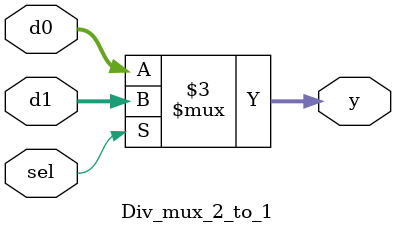
<source format=v>
`timescale 1ns / 1ps


module Div_mux_2_to_1 #(parameter dataIN_width = 4)(
    input [dataIN_width - 1 : 0] d1, d0,
    input sel,
    output reg [dataIN_width - 1 : 0] y
    );

always @ (d1, d0, sel)
begin
    if (sel)
        y <= d1;
    else
        y <= d0; 
end
endmodule

</source>
